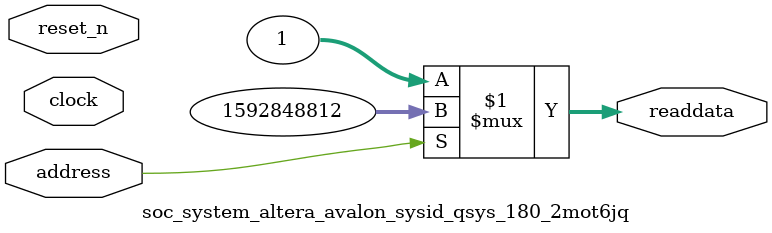
<source format=v>



// synthesis translate_off
`timescale 1ns / 1ps
// synthesis translate_on

// turn off superfluous verilog processor warnings 
// altera message_level Level1 
// altera message_off 10034 10035 10036 10037 10230 10240 10030 

module soc_system_altera_avalon_sysid_qsys_180_2mot6jq (
               // inputs:
                address,
                clock,
                reset_n,

               // outputs:
                readdata
             )
;

  output  [ 31: 0] readdata;
  input            address;
  input            clock;
  input            reset_n;

  wire    [ 31: 0] readdata;
  //control_slave, which is an e_avalon_slave
  assign readdata = address ? 1592848812 : 1;

endmodule



</source>
